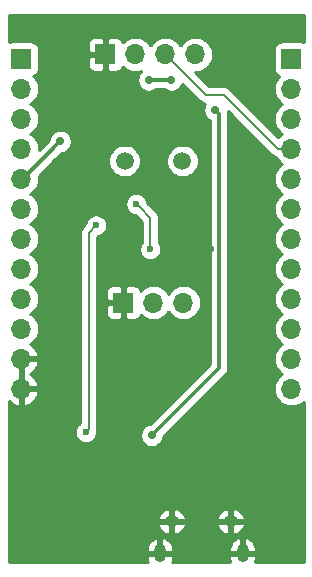
<source format=gbr>
%TF.GenerationSoftware,KiCad,Pcbnew,5.1.0*%
%TF.CreationDate,2019-06-23T04:01:33+08:00*%
%TF.ProjectId,stm32_fxp6,73746d33-325f-4667-9870-362e6b696361,rev?*%
%TF.SameCoordinates,Original*%
%TF.FileFunction,Copper,L2,Bot*%
%TF.FilePolarity,Positive*%
%FSLAX46Y46*%
G04 Gerber Fmt 4.6, Leading zero omitted, Abs format (unit mm)*
G04 Created by KiCad (PCBNEW 5.1.0) date 2019-06-23 04:01:33*
%MOMM*%
%LPD*%
G04 APERTURE LIST*
%ADD10O,1.000000X1.550000*%
%ADD11O,1.250000X0.950000*%
%ADD12O,1.700000X1.700000*%
%ADD13R,1.700000X1.700000*%
%ADD14C,1.500000*%
%ADD15C,0.700000*%
%ADD16C,0.600000*%
%ADD17C,0.300000*%
%ADD18C,0.200000*%
%ADD19C,0.254000*%
%ADD20C,0.350000*%
%ADD21C,0.300000*%
%ADD22O,0.500000X1.150000*%
%ADD23O,0.850000X0.550000*%
G04 APERTURE END LIST*
D10*
X85542000Y-73867000D03*
X78542000Y-73867000D03*
D11*
X84542000Y-71167000D03*
X79542000Y-71167000D03*
D12*
X66802000Y-59944000D03*
X66802000Y-57404000D03*
X66802000Y-54864000D03*
X66802000Y-52324000D03*
X66802000Y-49784000D03*
X66802000Y-47244000D03*
X66802000Y-44704000D03*
X66802000Y-42164000D03*
X66802000Y-39624000D03*
X66802000Y-37084000D03*
X66802000Y-34544000D03*
D13*
X66802000Y-32004000D03*
X89662000Y-32004000D03*
D12*
X89662000Y-34544000D03*
X89662000Y-37084000D03*
X89662000Y-39624000D03*
X89662000Y-42164000D03*
X89662000Y-44704000D03*
X89662000Y-47244000D03*
X89662000Y-49784000D03*
X89662000Y-52324000D03*
X89662000Y-54864000D03*
X89662000Y-57404000D03*
X89662000Y-59944000D03*
D13*
X75438000Y-52641500D03*
D12*
X77978000Y-52641500D03*
X80518000Y-52641500D03*
D13*
X73914000Y-31623000D03*
D12*
X76454000Y-31623000D03*
X78994000Y-31623000D03*
X81534000Y-31623000D03*
D14*
X75565000Y-40640000D03*
X80445000Y-40640000D03*
D15*
X79502978Y-33781022D03*
X77597000Y-33782000D03*
X70099000Y-38989000D03*
D16*
X73152000Y-46101000D03*
X72263000Y-63627000D03*
X76529000Y-44282000D03*
X77724000Y-48133000D03*
D15*
X77851000Y-63881000D03*
X83185000Y-36322000D03*
X77978000Y-60833000D03*
X80010000Y-58801000D03*
X78105000Y-35560000D03*
X82804000Y-48133000D03*
X70739000Y-47244000D03*
X69342000Y-73533000D03*
X73533000Y-69215000D03*
D17*
X79502978Y-33781022D02*
X77597978Y-33781022D01*
X77597978Y-33781022D02*
X77597000Y-33782000D01*
X66924000Y-42164000D02*
X66802000Y-42164000D01*
X70099000Y-38989000D02*
X66924000Y-42164000D01*
D18*
X72517000Y-46736000D02*
X72517000Y-54356000D01*
X73152000Y-46101000D02*
X72517000Y-46736000D01*
X72517002Y-62694736D02*
X72517002Y-63119000D01*
X72517002Y-54356022D02*
X72517002Y-62694736D01*
X72516990Y-54356010D02*
X72517002Y-54356022D01*
X72517002Y-63119000D02*
X72517002Y-63372998D01*
X72517002Y-63372998D02*
X72263000Y-63627000D01*
X76828999Y-44581999D02*
X76839999Y-44581999D01*
X76529000Y-44282000D02*
X76828999Y-44581999D01*
X76839999Y-44581999D02*
X77724000Y-45466000D01*
X77724000Y-45466000D02*
X77724000Y-48133000D01*
D17*
X77851000Y-63881000D02*
X83534999Y-58197001D01*
X83534999Y-58197001D02*
X83534999Y-36671999D01*
X83534999Y-36671999D02*
X83185000Y-36322000D01*
D18*
X82423000Y-35052000D02*
X79843999Y-32472999D01*
X83947000Y-35052000D02*
X82423000Y-35052000D01*
X79843999Y-32472999D02*
X78994000Y-31623000D01*
X89662000Y-39624000D02*
X88519000Y-39624000D01*
X88519000Y-39624000D02*
X83947000Y-35052000D01*
D19*
G36*
X90705000Y-30548973D02*
G01*
X90636482Y-30528188D01*
X90512000Y-30515928D01*
X88812000Y-30515928D01*
X88687518Y-30528188D01*
X88567820Y-30564498D01*
X88457506Y-30623463D01*
X88360815Y-30702815D01*
X88281463Y-30799506D01*
X88222498Y-30909820D01*
X88186188Y-31029518D01*
X88173928Y-31154000D01*
X88173928Y-32854000D01*
X88186188Y-32978482D01*
X88222498Y-33098180D01*
X88281463Y-33208494D01*
X88360815Y-33305185D01*
X88457506Y-33384537D01*
X88567820Y-33443502D01*
X88636687Y-33464393D01*
X88606866Y-33488866D01*
X88421294Y-33714986D01*
X88283401Y-33972966D01*
X88198487Y-34252889D01*
X88169815Y-34544000D01*
X88198487Y-34835111D01*
X88283401Y-35115034D01*
X88421294Y-35373014D01*
X88606866Y-35599134D01*
X88832986Y-35784706D01*
X88887791Y-35814000D01*
X88832986Y-35843294D01*
X88606866Y-36028866D01*
X88421294Y-36254986D01*
X88283401Y-36512966D01*
X88198487Y-36792889D01*
X88169815Y-37084000D01*
X88198487Y-37375111D01*
X88283401Y-37655034D01*
X88421294Y-37913014D01*
X88606866Y-38139134D01*
X88832986Y-38324706D01*
X88887791Y-38354000D01*
X88832986Y-38383294D01*
X88606866Y-38568866D01*
X88560189Y-38625742D01*
X84492259Y-34557813D01*
X84469238Y-34529762D01*
X84357320Y-34437913D01*
X84229633Y-34369663D01*
X84091085Y-34327635D01*
X83983105Y-34317000D01*
X83947000Y-34313444D01*
X83910895Y-34317000D01*
X82727447Y-34317000D01*
X81518446Y-33108000D01*
X81606950Y-33108000D01*
X81825111Y-33086513D01*
X82105034Y-33001599D01*
X82363014Y-32863706D01*
X82589134Y-32678134D01*
X82774706Y-32452014D01*
X82912599Y-32194034D01*
X82997513Y-31914111D01*
X83026185Y-31623000D01*
X82997513Y-31331889D01*
X82912599Y-31051966D01*
X82774706Y-30793986D01*
X82589134Y-30567866D01*
X82363014Y-30382294D01*
X82105034Y-30244401D01*
X81825111Y-30159487D01*
X81606950Y-30138000D01*
X81461050Y-30138000D01*
X81242889Y-30159487D01*
X80962966Y-30244401D01*
X80704986Y-30382294D01*
X80478866Y-30567866D01*
X80293294Y-30793986D01*
X80264000Y-30848791D01*
X80234706Y-30793986D01*
X80049134Y-30567866D01*
X79823014Y-30382294D01*
X79565034Y-30244401D01*
X79285111Y-30159487D01*
X79066950Y-30138000D01*
X78921050Y-30138000D01*
X78702889Y-30159487D01*
X78422966Y-30244401D01*
X78164986Y-30382294D01*
X77938866Y-30567866D01*
X77753294Y-30793986D01*
X77724000Y-30848791D01*
X77694706Y-30793986D01*
X77509134Y-30567866D01*
X77283014Y-30382294D01*
X77025034Y-30244401D01*
X76745111Y-30159487D01*
X76526950Y-30138000D01*
X76381050Y-30138000D01*
X76162889Y-30159487D01*
X75882966Y-30244401D01*
X75624986Y-30382294D01*
X75398866Y-30567866D01*
X75374393Y-30597687D01*
X75353502Y-30528820D01*
X75294537Y-30418506D01*
X75215185Y-30321815D01*
X75118494Y-30242463D01*
X75008180Y-30183498D01*
X74888482Y-30147188D01*
X74764000Y-30134928D01*
X74199750Y-30138000D01*
X74041000Y-30296750D01*
X74041000Y-31496000D01*
X74061000Y-31496000D01*
X74061000Y-31750000D01*
X74041000Y-31750000D01*
X74041000Y-32949250D01*
X74199750Y-33108000D01*
X74764000Y-33111072D01*
X74888482Y-33098812D01*
X75008180Y-33062502D01*
X75118494Y-33003537D01*
X75215185Y-32924185D01*
X75294537Y-32827494D01*
X75353502Y-32717180D01*
X75374393Y-32648313D01*
X75398866Y-32678134D01*
X75624986Y-32863706D01*
X75882966Y-33001599D01*
X76162889Y-33086513D01*
X76381050Y-33108000D01*
X76526950Y-33108000D01*
X76745111Y-33086513D01*
X76966708Y-33019292D01*
X76831901Y-33154099D01*
X76724104Y-33315428D01*
X76649853Y-33494686D01*
X76612000Y-33684986D01*
X76612000Y-33879014D01*
X76649853Y-34069314D01*
X76724104Y-34248572D01*
X76831901Y-34409901D01*
X76969099Y-34547099D01*
X77130428Y-34654896D01*
X77309686Y-34729147D01*
X77499986Y-34767000D01*
X77694014Y-34767000D01*
X77884314Y-34729147D01*
X78063572Y-34654896D01*
X78196581Y-34566022D01*
X78904861Y-34566022D01*
X79036406Y-34653918D01*
X79215664Y-34728169D01*
X79405964Y-34766022D01*
X79599992Y-34766022D01*
X79790292Y-34728169D01*
X79969550Y-34653918D01*
X80130879Y-34546121D01*
X80268077Y-34408923D01*
X80375874Y-34247594D01*
X80435411Y-34103858D01*
X81877746Y-35546193D01*
X81900762Y-35574238D01*
X82012680Y-35666087D01*
X82140367Y-35734337D01*
X82236886Y-35763616D01*
X82278914Y-35776365D01*
X82293132Y-35777765D01*
X82359621Y-35784314D01*
X82312104Y-35855428D01*
X82237853Y-36034686D01*
X82200000Y-36224986D01*
X82200000Y-36419014D01*
X82237853Y-36609314D01*
X82312104Y-36788572D01*
X82419901Y-36949901D01*
X82557099Y-37087099D01*
X82718428Y-37194896D01*
X82750000Y-37207974D01*
X82749999Y-57871843D01*
X77718855Y-62902988D01*
X77563686Y-62933853D01*
X77384428Y-63008104D01*
X77223099Y-63115901D01*
X77085901Y-63253099D01*
X76978104Y-63414428D01*
X76903853Y-63593686D01*
X76866000Y-63783986D01*
X76866000Y-63978014D01*
X76903853Y-64168314D01*
X76978104Y-64347572D01*
X77085901Y-64508901D01*
X77223099Y-64646099D01*
X77384428Y-64753896D01*
X77563686Y-64828147D01*
X77753986Y-64866000D01*
X77948014Y-64866000D01*
X78138314Y-64828147D01*
X78317572Y-64753896D01*
X78478901Y-64646099D01*
X78616099Y-64508901D01*
X78723896Y-64347572D01*
X78798147Y-64168314D01*
X78829012Y-64013145D01*
X84062816Y-58779342D01*
X84092763Y-58754765D01*
X84190861Y-58635234D01*
X84263753Y-58498861D01*
X84308640Y-58350888D01*
X84319999Y-58235562D01*
X84319999Y-58235555D01*
X84323796Y-58197002D01*
X84319999Y-58158449D01*
X84319999Y-36710551D01*
X84323796Y-36671998D01*
X84319999Y-36633445D01*
X84319999Y-36633438D01*
X84308640Y-36518112D01*
X84280326Y-36424772D01*
X87973746Y-40118193D01*
X87996762Y-40146238D01*
X88108680Y-40238087D01*
X88236367Y-40306337D01*
X88363509Y-40344905D01*
X88421294Y-40453014D01*
X88606866Y-40679134D01*
X88832986Y-40864706D01*
X88887791Y-40894000D01*
X88832986Y-40923294D01*
X88606866Y-41108866D01*
X88421294Y-41334986D01*
X88283401Y-41592966D01*
X88198487Y-41872889D01*
X88169815Y-42164000D01*
X88198487Y-42455111D01*
X88283401Y-42735034D01*
X88421294Y-42993014D01*
X88606866Y-43219134D01*
X88832986Y-43404706D01*
X88887791Y-43434000D01*
X88832986Y-43463294D01*
X88606866Y-43648866D01*
X88421294Y-43874986D01*
X88283401Y-44132966D01*
X88198487Y-44412889D01*
X88169815Y-44704000D01*
X88198487Y-44995111D01*
X88283401Y-45275034D01*
X88421294Y-45533014D01*
X88606866Y-45759134D01*
X88832986Y-45944706D01*
X88887791Y-45974000D01*
X88832986Y-46003294D01*
X88606866Y-46188866D01*
X88421294Y-46414986D01*
X88283401Y-46672966D01*
X88198487Y-46952889D01*
X88169815Y-47244000D01*
X88198487Y-47535111D01*
X88283401Y-47815034D01*
X88421294Y-48073014D01*
X88606866Y-48299134D01*
X88832986Y-48484706D01*
X88887791Y-48514000D01*
X88832986Y-48543294D01*
X88606866Y-48728866D01*
X88421294Y-48954986D01*
X88283401Y-49212966D01*
X88198487Y-49492889D01*
X88169815Y-49784000D01*
X88198487Y-50075111D01*
X88283401Y-50355034D01*
X88421294Y-50613014D01*
X88606866Y-50839134D01*
X88832986Y-51024706D01*
X88887791Y-51054000D01*
X88832986Y-51083294D01*
X88606866Y-51268866D01*
X88421294Y-51494986D01*
X88283401Y-51752966D01*
X88198487Y-52032889D01*
X88169815Y-52324000D01*
X88198487Y-52615111D01*
X88283401Y-52895034D01*
X88421294Y-53153014D01*
X88606866Y-53379134D01*
X88832986Y-53564706D01*
X88887791Y-53594000D01*
X88832986Y-53623294D01*
X88606866Y-53808866D01*
X88421294Y-54034986D01*
X88283401Y-54292966D01*
X88198487Y-54572889D01*
X88169815Y-54864000D01*
X88198487Y-55155111D01*
X88283401Y-55435034D01*
X88421294Y-55693014D01*
X88606866Y-55919134D01*
X88832986Y-56104706D01*
X88887791Y-56134000D01*
X88832986Y-56163294D01*
X88606866Y-56348866D01*
X88421294Y-56574986D01*
X88283401Y-56832966D01*
X88198487Y-57112889D01*
X88169815Y-57404000D01*
X88198487Y-57695111D01*
X88283401Y-57975034D01*
X88421294Y-58233014D01*
X88606866Y-58459134D01*
X88832986Y-58644706D01*
X88887791Y-58674000D01*
X88832986Y-58703294D01*
X88606866Y-58888866D01*
X88421294Y-59114986D01*
X88283401Y-59372966D01*
X88198487Y-59652889D01*
X88169815Y-59944000D01*
X88198487Y-60235111D01*
X88283401Y-60515034D01*
X88421294Y-60773014D01*
X88606866Y-60999134D01*
X88832986Y-61184706D01*
X89090966Y-61322599D01*
X89370889Y-61407513D01*
X89589050Y-61429000D01*
X89734950Y-61429000D01*
X89953111Y-61407513D01*
X90233034Y-61322599D01*
X90491014Y-61184706D01*
X90705001Y-61009092D01*
X90705001Y-74576000D01*
X86592584Y-74576000D01*
X86630415Y-74487987D01*
X86677000Y-74269000D01*
X86677000Y-73994000D01*
X85669000Y-73994000D01*
X85669000Y-74014000D01*
X85415000Y-74014000D01*
X85415000Y-73994000D01*
X84407000Y-73994000D01*
X84407000Y-74269000D01*
X84453585Y-74487987D01*
X84491416Y-74576000D01*
X79592584Y-74576000D01*
X79630415Y-74487987D01*
X79677000Y-74269000D01*
X79677000Y-73994000D01*
X78669000Y-73994000D01*
X78669000Y-74014000D01*
X78415000Y-74014000D01*
X78415000Y-73994000D01*
X77407000Y-73994000D01*
X77407000Y-74269000D01*
X77453585Y-74487987D01*
X77491416Y-74576000D01*
X65759000Y-74576000D01*
X65759000Y-73465000D01*
X77407000Y-73465000D01*
X77407000Y-73740000D01*
X78415000Y-73740000D01*
X78415000Y-72624046D01*
X78669000Y-72624046D01*
X78669000Y-73740000D01*
X79677000Y-73740000D01*
X79677000Y-73465000D01*
X84407000Y-73465000D01*
X84407000Y-73740000D01*
X85415000Y-73740000D01*
X85415000Y-72624046D01*
X85669000Y-72624046D01*
X85669000Y-73740000D01*
X86677000Y-73740000D01*
X86677000Y-73465000D01*
X86630415Y-73246013D01*
X86542003Y-73040322D01*
X86415161Y-72855831D01*
X86254764Y-72699631D01*
X86066976Y-72577724D01*
X85843874Y-72497881D01*
X85669000Y-72624046D01*
X85415000Y-72624046D01*
X85240126Y-72497881D01*
X85017024Y-72577724D01*
X84829236Y-72699631D01*
X84668839Y-72855831D01*
X84541997Y-73040322D01*
X84453585Y-73246013D01*
X84407000Y-73465000D01*
X79677000Y-73465000D01*
X79630415Y-73246013D01*
X79542003Y-73040322D01*
X79415161Y-72855831D01*
X79254764Y-72699631D01*
X79066976Y-72577724D01*
X78843874Y-72497881D01*
X78669000Y-72624046D01*
X78415000Y-72624046D01*
X78240126Y-72497881D01*
X78017024Y-72577724D01*
X77829236Y-72699631D01*
X77668839Y-72855831D01*
X77541997Y-73040322D01*
X77453585Y-73246013D01*
X77407000Y-73465000D01*
X65759000Y-73465000D01*
X65759000Y-71464938D01*
X78322732Y-71464938D01*
X78392397Y-71653150D01*
X78506447Y-71838822D01*
X78654529Y-71998676D01*
X78830951Y-72126569D01*
X79028934Y-72217586D01*
X79240869Y-72268230D01*
X79415000Y-72119564D01*
X79415000Y-71294000D01*
X79669000Y-71294000D01*
X79669000Y-72119564D01*
X79843131Y-72268230D01*
X80055066Y-72217586D01*
X80253049Y-72126569D01*
X80429471Y-71998676D01*
X80577553Y-71838822D01*
X80691603Y-71653150D01*
X80761268Y-71464938D01*
X83322732Y-71464938D01*
X83392397Y-71653150D01*
X83506447Y-71838822D01*
X83654529Y-71998676D01*
X83830951Y-72126569D01*
X84028934Y-72217586D01*
X84240869Y-72268230D01*
X84415000Y-72119564D01*
X84415000Y-71294000D01*
X84669000Y-71294000D01*
X84669000Y-72119564D01*
X84843131Y-72268230D01*
X85055066Y-72217586D01*
X85253049Y-72126569D01*
X85429471Y-71998676D01*
X85577553Y-71838822D01*
X85691603Y-71653150D01*
X85761268Y-71464938D01*
X85634734Y-71294000D01*
X84669000Y-71294000D01*
X84415000Y-71294000D01*
X83449266Y-71294000D01*
X83322732Y-71464938D01*
X80761268Y-71464938D01*
X80634734Y-71294000D01*
X79669000Y-71294000D01*
X79415000Y-71294000D01*
X78449266Y-71294000D01*
X78322732Y-71464938D01*
X65759000Y-71464938D01*
X65759000Y-70869062D01*
X78322732Y-70869062D01*
X78449266Y-71040000D01*
X79415000Y-71040000D01*
X79415000Y-70214436D01*
X79669000Y-70214436D01*
X79669000Y-71040000D01*
X80634734Y-71040000D01*
X80761268Y-70869062D01*
X83322732Y-70869062D01*
X83449266Y-71040000D01*
X84415000Y-71040000D01*
X84415000Y-70214436D01*
X84669000Y-70214436D01*
X84669000Y-71040000D01*
X85634734Y-71040000D01*
X85761268Y-70869062D01*
X85691603Y-70680850D01*
X85577553Y-70495178D01*
X85429471Y-70335324D01*
X85253049Y-70207431D01*
X85055066Y-70116414D01*
X84843131Y-70065770D01*
X84669000Y-70214436D01*
X84415000Y-70214436D01*
X84240869Y-70065770D01*
X84028934Y-70116414D01*
X83830951Y-70207431D01*
X83654529Y-70335324D01*
X83506447Y-70495178D01*
X83392397Y-70680850D01*
X83322732Y-70869062D01*
X80761268Y-70869062D01*
X80691603Y-70680850D01*
X80577553Y-70495178D01*
X80429471Y-70335324D01*
X80253049Y-70207431D01*
X80055066Y-70116414D01*
X79843131Y-70065770D01*
X79669000Y-70214436D01*
X79415000Y-70214436D01*
X79240869Y-70065770D01*
X79028934Y-70116414D01*
X78830951Y-70207431D01*
X78654529Y-70335324D01*
X78506447Y-70495178D01*
X78392397Y-70680850D01*
X78322732Y-70869062D01*
X65759000Y-70869062D01*
X65759000Y-63534911D01*
X71328000Y-63534911D01*
X71328000Y-63719089D01*
X71363932Y-63899729D01*
X71434414Y-64069889D01*
X71536738Y-64223028D01*
X71666972Y-64353262D01*
X71820111Y-64455586D01*
X71990271Y-64526068D01*
X72170911Y-64562000D01*
X72355089Y-64562000D01*
X72535729Y-64526068D01*
X72705889Y-64455586D01*
X72859028Y-64353262D01*
X72989262Y-64223028D01*
X73091586Y-64069889D01*
X73162068Y-63899729D01*
X73198000Y-63719089D01*
X73198000Y-63658136D01*
X73199339Y-63655631D01*
X73237655Y-63529320D01*
X73241367Y-63517084D01*
X73255558Y-63372999D01*
X73252002Y-63336894D01*
X73252002Y-54392127D01*
X73255558Y-54356022D01*
X73252000Y-54319897D01*
X73252000Y-53491500D01*
X73949928Y-53491500D01*
X73962188Y-53615982D01*
X73998498Y-53735680D01*
X74057463Y-53845994D01*
X74136815Y-53942685D01*
X74233506Y-54022037D01*
X74343820Y-54081002D01*
X74463518Y-54117312D01*
X74588000Y-54129572D01*
X75152250Y-54126500D01*
X75311000Y-53967750D01*
X75311000Y-52768500D01*
X74111750Y-52768500D01*
X73953000Y-52927250D01*
X73949928Y-53491500D01*
X73252000Y-53491500D01*
X73252000Y-51791500D01*
X73949928Y-51791500D01*
X73953000Y-52355750D01*
X74111750Y-52514500D01*
X75311000Y-52514500D01*
X75311000Y-51315250D01*
X75565000Y-51315250D01*
X75565000Y-52514500D01*
X75585000Y-52514500D01*
X75585000Y-52768500D01*
X75565000Y-52768500D01*
X75565000Y-53967750D01*
X75723750Y-54126500D01*
X76288000Y-54129572D01*
X76412482Y-54117312D01*
X76532180Y-54081002D01*
X76642494Y-54022037D01*
X76739185Y-53942685D01*
X76818537Y-53845994D01*
X76877502Y-53735680D01*
X76898393Y-53666813D01*
X76922866Y-53696634D01*
X77148986Y-53882206D01*
X77406966Y-54020099D01*
X77686889Y-54105013D01*
X77905050Y-54126500D01*
X78050950Y-54126500D01*
X78269111Y-54105013D01*
X78549034Y-54020099D01*
X78807014Y-53882206D01*
X79033134Y-53696634D01*
X79218706Y-53470514D01*
X79248000Y-53415709D01*
X79277294Y-53470514D01*
X79462866Y-53696634D01*
X79688986Y-53882206D01*
X79946966Y-54020099D01*
X80226889Y-54105013D01*
X80445050Y-54126500D01*
X80590950Y-54126500D01*
X80809111Y-54105013D01*
X81089034Y-54020099D01*
X81347014Y-53882206D01*
X81573134Y-53696634D01*
X81758706Y-53470514D01*
X81896599Y-53212534D01*
X81981513Y-52932611D01*
X82010185Y-52641500D01*
X81981513Y-52350389D01*
X81896599Y-52070466D01*
X81758706Y-51812486D01*
X81573134Y-51586366D01*
X81347014Y-51400794D01*
X81089034Y-51262901D01*
X80809111Y-51177987D01*
X80590950Y-51156500D01*
X80445050Y-51156500D01*
X80226889Y-51177987D01*
X79946966Y-51262901D01*
X79688986Y-51400794D01*
X79462866Y-51586366D01*
X79277294Y-51812486D01*
X79248000Y-51867291D01*
X79218706Y-51812486D01*
X79033134Y-51586366D01*
X78807014Y-51400794D01*
X78549034Y-51262901D01*
X78269111Y-51177987D01*
X78050950Y-51156500D01*
X77905050Y-51156500D01*
X77686889Y-51177987D01*
X77406966Y-51262901D01*
X77148986Y-51400794D01*
X76922866Y-51586366D01*
X76898393Y-51616187D01*
X76877502Y-51547320D01*
X76818537Y-51437006D01*
X76739185Y-51340315D01*
X76642494Y-51260963D01*
X76532180Y-51201998D01*
X76412482Y-51165688D01*
X76288000Y-51153428D01*
X75723750Y-51156500D01*
X75565000Y-51315250D01*
X75311000Y-51315250D01*
X75152250Y-51156500D01*
X74588000Y-51153428D01*
X74463518Y-51165688D01*
X74343820Y-51201998D01*
X74233506Y-51260963D01*
X74136815Y-51340315D01*
X74057463Y-51437006D01*
X73998498Y-51547320D01*
X73962188Y-51667018D01*
X73949928Y-51791500D01*
X73252000Y-51791500D01*
X73252000Y-47040446D01*
X73259515Y-47032932D01*
X73424729Y-47000068D01*
X73594889Y-46929586D01*
X73748028Y-46827262D01*
X73878262Y-46697028D01*
X73980586Y-46543889D01*
X74051068Y-46373729D01*
X74087000Y-46193089D01*
X74087000Y-46008911D01*
X74051068Y-45828271D01*
X73980586Y-45658111D01*
X73878262Y-45504972D01*
X73748028Y-45374738D01*
X73594889Y-45272414D01*
X73424729Y-45201932D01*
X73244089Y-45166000D01*
X73059911Y-45166000D01*
X72879271Y-45201932D01*
X72709111Y-45272414D01*
X72555972Y-45374738D01*
X72425738Y-45504972D01*
X72323414Y-45658111D01*
X72252932Y-45828271D01*
X72220068Y-45993485D01*
X72022808Y-46190746D01*
X71994762Y-46213763D01*
X71902913Y-46325681D01*
X71834663Y-46453368D01*
X71807204Y-46543889D01*
X71792635Y-46591915D01*
X71778444Y-46736000D01*
X71782000Y-46772105D01*
X71782001Y-54319793D01*
X71778434Y-54356010D01*
X71782002Y-54392237D01*
X71782003Y-62658622D01*
X71782002Y-62658632D01*
X71782002Y-62823878D01*
X71666972Y-62900738D01*
X71536738Y-63030972D01*
X71434414Y-63184111D01*
X71363932Y-63354271D01*
X71328000Y-63534911D01*
X65759000Y-63534911D01*
X65759000Y-60993474D01*
X65920645Y-61139178D01*
X66170748Y-61288157D01*
X66445109Y-61385481D01*
X66675000Y-61264814D01*
X66675000Y-60071000D01*
X66929000Y-60071000D01*
X66929000Y-61264814D01*
X67158891Y-61385481D01*
X67433252Y-61288157D01*
X67683355Y-61139178D01*
X67899588Y-60944269D01*
X68073641Y-60710920D01*
X68198825Y-60448099D01*
X68243476Y-60300890D01*
X68122155Y-60071000D01*
X66929000Y-60071000D01*
X66675000Y-60071000D01*
X66655000Y-60071000D01*
X66655000Y-59817000D01*
X66675000Y-59817000D01*
X66675000Y-57531000D01*
X66929000Y-57531000D01*
X66929000Y-59817000D01*
X68122155Y-59817000D01*
X68243476Y-59587110D01*
X68198825Y-59439901D01*
X68073641Y-59177080D01*
X67899588Y-58943731D01*
X67683355Y-58748822D01*
X67557745Y-58674000D01*
X67683355Y-58599178D01*
X67899588Y-58404269D01*
X68073641Y-58170920D01*
X68198825Y-57908099D01*
X68243476Y-57760890D01*
X68122155Y-57531000D01*
X66929000Y-57531000D01*
X66675000Y-57531000D01*
X66655000Y-57531000D01*
X66655000Y-57277000D01*
X66675000Y-57277000D01*
X66675000Y-57257000D01*
X66929000Y-57257000D01*
X66929000Y-57277000D01*
X68122155Y-57277000D01*
X68243476Y-57047110D01*
X68198825Y-56899901D01*
X68073641Y-56637080D01*
X67899588Y-56403731D01*
X67683355Y-56208822D01*
X67566477Y-56139201D01*
X67631014Y-56104706D01*
X67857134Y-55919134D01*
X68042706Y-55693014D01*
X68180599Y-55435034D01*
X68265513Y-55155111D01*
X68294185Y-54864000D01*
X68265513Y-54572889D01*
X68180599Y-54292966D01*
X68042706Y-54034986D01*
X67857134Y-53808866D01*
X67631014Y-53623294D01*
X67576209Y-53594000D01*
X67631014Y-53564706D01*
X67857134Y-53379134D01*
X68042706Y-53153014D01*
X68180599Y-52895034D01*
X68265513Y-52615111D01*
X68294185Y-52324000D01*
X68265513Y-52032889D01*
X68180599Y-51752966D01*
X68042706Y-51494986D01*
X67857134Y-51268866D01*
X67631014Y-51083294D01*
X67576209Y-51054000D01*
X67631014Y-51024706D01*
X67857134Y-50839134D01*
X68042706Y-50613014D01*
X68180599Y-50355034D01*
X68265513Y-50075111D01*
X68294185Y-49784000D01*
X68265513Y-49492889D01*
X68180599Y-49212966D01*
X68042706Y-48954986D01*
X67857134Y-48728866D01*
X67631014Y-48543294D01*
X67576209Y-48514000D01*
X67631014Y-48484706D01*
X67857134Y-48299134D01*
X68042706Y-48073014D01*
X68180599Y-47815034D01*
X68265513Y-47535111D01*
X68294185Y-47244000D01*
X68265513Y-46952889D01*
X68180599Y-46672966D01*
X68042706Y-46414986D01*
X67857134Y-46188866D01*
X67631014Y-46003294D01*
X67576209Y-45974000D01*
X67631014Y-45944706D01*
X67857134Y-45759134D01*
X68042706Y-45533014D01*
X68180599Y-45275034D01*
X68265513Y-44995111D01*
X68294185Y-44704000D01*
X68265513Y-44412889D01*
X68197874Y-44189911D01*
X75594000Y-44189911D01*
X75594000Y-44374089D01*
X75629932Y-44554729D01*
X75700414Y-44724889D01*
X75802738Y-44878028D01*
X75932972Y-45008262D01*
X76086111Y-45110586D01*
X76256271Y-45181068D01*
X76435217Y-45216663D01*
X76989000Y-45770447D01*
X76989001Y-47550048D01*
X76895414Y-47690111D01*
X76824932Y-47860271D01*
X76789000Y-48040911D01*
X76789000Y-48225089D01*
X76824932Y-48405729D01*
X76895414Y-48575889D01*
X76997738Y-48729028D01*
X77127972Y-48859262D01*
X77281111Y-48961586D01*
X77451271Y-49032068D01*
X77631911Y-49068000D01*
X77816089Y-49068000D01*
X77996729Y-49032068D01*
X78166889Y-48961586D01*
X78320028Y-48859262D01*
X78450262Y-48729028D01*
X78552586Y-48575889D01*
X78623068Y-48405729D01*
X78659000Y-48225089D01*
X78659000Y-48040911D01*
X78623068Y-47860271D01*
X78552586Y-47690111D01*
X78459000Y-47550049D01*
X78459000Y-45502094D01*
X78462555Y-45465999D01*
X78459000Y-45429904D01*
X78459000Y-45429895D01*
X78448365Y-45321915D01*
X78406337Y-45183367D01*
X78338087Y-45055680D01*
X78288379Y-44995111D01*
X78269253Y-44971806D01*
X78269250Y-44971803D01*
X78246237Y-44943762D01*
X78218197Y-44920750D01*
X77458200Y-44160754D01*
X77428068Y-44009271D01*
X77357586Y-43839111D01*
X77255262Y-43685972D01*
X77125028Y-43555738D01*
X76971889Y-43453414D01*
X76801729Y-43382932D01*
X76621089Y-43347000D01*
X76436911Y-43347000D01*
X76256271Y-43382932D01*
X76086111Y-43453414D01*
X75932972Y-43555738D01*
X75802738Y-43685972D01*
X75700414Y-43839111D01*
X75629932Y-44009271D01*
X75594000Y-44189911D01*
X68197874Y-44189911D01*
X68180599Y-44132966D01*
X68042706Y-43874986D01*
X67857134Y-43648866D01*
X67631014Y-43463294D01*
X67576209Y-43434000D01*
X67631014Y-43404706D01*
X67857134Y-43219134D01*
X68042706Y-42993014D01*
X68180599Y-42735034D01*
X68265513Y-42455111D01*
X68294185Y-42164000D01*
X68270871Y-41927287D01*
X69694569Y-40503589D01*
X74180000Y-40503589D01*
X74180000Y-40776411D01*
X74233225Y-41043989D01*
X74337629Y-41296043D01*
X74489201Y-41522886D01*
X74682114Y-41715799D01*
X74908957Y-41867371D01*
X75161011Y-41971775D01*
X75428589Y-42025000D01*
X75701411Y-42025000D01*
X75968989Y-41971775D01*
X76221043Y-41867371D01*
X76447886Y-41715799D01*
X76640799Y-41522886D01*
X76792371Y-41296043D01*
X76896775Y-41043989D01*
X76950000Y-40776411D01*
X76950000Y-40503589D01*
X79060000Y-40503589D01*
X79060000Y-40776411D01*
X79113225Y-41043989D01*
X79217629Y-41296043D01*
X79369201Y-41522886D01*
X79562114Y-41715799D01*
X79788957Y-41867371D01*
X80041011Y-41971775D01*
X80308589Y-42025000D01*
X80581411Y-42025000D01*
X80848989Y-41971775D01*
X81101043Y-41867371D01*
X81327886Y-41715799D01*
X81520799Y-41522886D01*
X81672371Y-41296043D01*
X81776775Y-41043989D01*
X81830000Y-40776411D01*
X81830000Y-40503589D01*
X81776775Y-40236011D01*
X81672371Y-39983957D01*
X81520799Y-39757114D01*
X81327886Y-39564201D01*
X81101043Y-39412629D01*
X80848989Y-39308225D01*
X80581411Y-39255000D01*
X80308589Y-39255000D01*
X80041011Y-39308225D01*
X79788957Y-39412629D01*
X79562114Y-39564201D01*
X79369201Y-39757114D01*
X79217629Y-39983957D01*
X79113225Y-40236011D01*
X79060000Y-40503589D01*
X76950000Y-40503589D01*
X76896775Y-40236011D01*
X76792371Y-39983957D01*
X76640799Y-39757114D01*
X76447886Y-39564201D01*
X76221043Y-39412629D01*
X75968989Y-39308225D01*
X75701411Y-39255000D01*
X75428589Y-39255000D01*
X75161011Y-39308225D01*
X74908957Y-39412629D01*
X74682114Y-39564201D01*
X74489201Y-39757114D01*
X74337629Y-39983957D01*
X74233225Y-40236011D01*
X74180000Y-40503589D01*
X69694569Y-40503589D01*
X70231146Y-39967012D01*
X70386314Y-39936147D01*
X70565572Y-39861896D01*
X70726901Y-39754099D01*
X70864099Y-39616901D01*
X70971896Y-39455572D01*
X71046147Y-39276314D01*
X71084000Y-39086014D01*
X71084000Y-38891986D01*
X71046147Y-38701686D01*
X70971896Y-38522428D01*
X70864099Y-38361099D01*
X70726901Y-38223901D01*
X70565572Y-38116104D01*
X70386314Y-38041853D01*
X70196014Y-38004000D01*
X70001986Y-38004000D01*
X69811686Y-38041853D01*
X69632428Y-38116104D01*
X69471099Y-38223901D01*
X69333901Y-38361099D01*
X69226104Y-38522428D01*
X69151853Y-38701686D01*
X69120988Y-38856854D01*
X68287667Y-39690175D01*
X68294185Y-39624000D01*
X68265513Y-39332889D01*
X68180599Y-39052966D01*
X68042706Y-38794986D01*
X67857134Y-38568866D01*
X67631014Y-38383294D01*
X67576209Y-38354000D01*
X67631014Y-38324706D01*
X67857134Y-38139134D01*
X68042706Y-37913014D01*
X68180599Y-37655034D01*
X68265513Y-37375111D01*
X68294185Y-37084000D01*
X68265513Y-36792889D01*
X68180599Y-36512966D01*
X68042706Y-36254986D01*
X67857134Y-36028866D01*
X67631014Y-35843294D01*
X67576209Y-35814000D01*
X67631014Y-35784706D01*
X67857134Y-35599134D01*
X68042706Y-35373014D01*
X68180599Y-35115034D01*
X68265513Y-34835111D01*
X68294185Y-34544000D01*
X68265513Y-34252889D01*
X68180599Y-33972966D01*
X68042706Y-33714986D01*
X67857134Y-33488866D01*
X67827313Y-33464393D01*
X67896180Y-33443502D01*
X68006494Y-33384537D01*
X68103185Y-33305185D01*
X68182537Y-33208494D01*
X68241502Y-33098180D01*
X68277812Y-32978482D01*
X68290072Y-32854000D01*
X68290072Y-32473000D01*
X72425928Y-32473000D01*
X72438188Y-32597482D01*
X72474498Y-32717180D01*
X72533463Y-32827494D01*
X72612815Y-32924185D01*
X72709506Y-33003537D01*
X72819820Y-33062502D01*
X72939518Y-33098812D01*
X73064000Y-33111072D01*
X73628250Y-33108000D01*
X73787000Y-32949250D01*
X73787000Y-31750000D01*
X72587750Y-31750000D01*
X72429000Y-31908750D01*
X72425928Y-32473000D01*
X68290072Y-32473000D01*
X68290072Y-31154000D01*
X68277812Y-31029518D01*
X68241502Y-30909820D01*
X68182537Y-30799506D01*
X68160785Y-30773000D01*
X72425928Y-30773000D01*
X72429000Y-31337250D01*
X72587750Y-31496000D01*
X73787000Y-31496000D01*
X73787000Y-30296750D01*
X73628250Y-30138000D01*
X73064000Y-30134928D01*
X72939518Y-30147188D01*
X72819820Y-30183498D01*
X72709506Y-30242463D01*
X72612815Y-30321815D01*
X72533463Y-30418506D01*
X72474498Y-30528820D01*
X72438188Y-30648518D01*
X72425928Y-30773000D01*
X68160785Y-30773000D01*
X68103185Y-30702815D01*
X68006494Y-30623463D01*
X67896180Y-30564498D01*
X67776482Y-30528188D01*
X67652000Y-30515928D01*
X65952000Y-30515928D01*
X65827518Y-30528188D01*
X65759000Y-30548973D01*
X65759000Y-28294000D01*
X90705000Y-28294000D01*
X90705000Y-30548973D01*
X90705000Y-30548973D01*
G37*
X90705000Y-30548973D02*
X90636482Y-30528188D01*
X90512000Y-30515928D01*
X88812000Y-30515928D01*
X88687518Y-30528188D01*
X88567820Y-30564498D01*
X88457506Y-30623463D01*
X88360815Y-30702815D01*
X88281463Y-30799506D01*
X88222498Y-30909820D01*
X88186188Y-31029518D01*
X88173928Y-31154000D01*
X88173928Y-32854000D01*
X88186188Y-32978482D01*
X88222498Y-33098180D01*
X88281463Y-33208494D01*
X88360815Y-33305185D01*
X88457506Y-33384537D01*
X88567820Y-33443502D01*
X88636687Y-33464393D01*
X88606866Y-33488866D01*
X88421294Y-33714986D01*
X88283401Y-33972966D01*
X88198487Y-34252889D01*
X88169815Y-34544000D01*
X88198487Y-34835111D01*
X88283401Y-35115034D01*
X88421294Y-35373014D01*
X88606866Y-35599134D01*
X88832986Y-35784706D01*
X88887791Y-35814000D01*
X88832986Y-35843294D01*
X88606866Y-36028866D01*
X88421294Y-36254986D01*
X88283401Y-36512966D01*
X88198487Y-36792889D01*
X88169815Y-37084000D01*
X88198487Y-37375111D01*
X88283401Y-37655034D01*
X88421294Y-37913014D01*
X88606866Y-38139134D01*
X88832986Y-38324706D01*
X88887791Y-38354000D01*
X88832986Y-38383294D01*
X88606866Y-38568866D01*
X88560189Y-38625742D01*
X84492259Y-34557813D01*
X84469238Y-34529762D01*
X84357320Y-34437913D01*
X84229633Y-34369663D01*
X84091085Y-34327635D01*
X83983105Y-34317000D01*
X83947000Y-34313444D01*
X83910895Y-34317000D01*
X82727447Y-34317000D01*
X81518446Y-33108000D01*
X81606950Y-33108000D01*
X81825111Y-33086513D01*
X82105034Y-33001599D01*
X82363014Y-32863706D01*
X82589134Y-32678134D01*
X82774706Y-32452014D01*
X82912599Y-32194034D01*
X82997513Y-31914111D01*
X83026185Y-31623000D01*
X82997513Y-31331889D01*
X82912599Y-31051966D01*
X82774706Y-30793986D01*
X82589134Y-30567866D01*
X82363014Y-30382294D01*
X82105034Y-30244401D01*
X81825111Y-30159487D01*
X81606950Y-30138000D01*
X81461050Y-30138000D01*
X81242889Y-30159487D01*
X80962966Y-30244401D01*
X80704986Y-30382294D01*
X80478866Y-30567866D01*
X80293294Y-30793986D01*
X80264000Y-30848791D01*
X80234706Y-30793986D01*
X80049134Y-30567866D01*
X79823014Y-30382294D01*
X79565034Y-30244401D01*
X79285111Y-30159487D01*
X79066950Y-30138000D01*
X78921050Y-30138000D01*
X78702889Y-30159487D01*
X78422966Y-30244401D01*
X78164986Y-30382294D01*
X77938866Y-30567866D01*
X77753294Y-30793986D01*
X77724000Y-30848791D01*
X77694706Y-30793986D01*
X77509134Y-30567866D01*
X77283014Y-30382294D01*
X77025034Y-30244401D01*
X76745111Y-30159487D01*
X76526950Y-30138000D01*
X76381050Y-30138000D01*
X76162889Y-30159487D01*
X75882966Y-30244401D01*
X75624986Y-30382294D01*
X75398866Y-30567866D01*
X75374393Y-30597687D01*
X75353502Y-30528820D01*
X75294537Y-30418506D01*
X75215185Y-30321815D01*
X75118494Y-30242463D01*
X75008180Y-30183498D01*
X74888482Y-30147188D01*
X74764000Y-30134928D01*
X74199750Y-30138000D01*
X74041000Y-30296750D01*
X74041000Y-31496000D01*
X74061000Y-31496000D01*
X74061000Y-31750000D01*
X74041000Y-31750000D01*
X74041000Y-32949250D01*
X74199750Y-33108000D01*
X74764000Y-33111072D01*
X74888482Y-33098812D01*
X75008180Y-33062502D01*
X75118494Y-33003537D01*
X75215185Y-32924185D01*
X75294537Y-32827494D01*
X75353502Y-32717180D01*
X75374393Y-32648313D01*
X75398866Y-32678134D01*
X75624986Y-32863706D01*
X75882966Y-33001599D01*
X76162889Y-33086513D01*
X76381050Y-33108000D01*
X76526950Y-33108000D01*
X76745111Y-33086513D01*
X76966708Y-33019292D01*
X76831901Y-33154099D01*
X76724104Y-33315428D01*
X76649853Y-33494686D01*
X76612000Y-33684986D01*
X76612000Y-33879014D01*
X76649853Y-34069314D01*
X76724104Y-34248572D01*
X76831901Y-34409901D01*
X76969099Y-34547099D01*
X77130428Y-34654896D01*
X77309686Y-34729147D01*
X77499986Y-34767000D01*
X77694014Y-34767000D01*
X77884314Y-34729147D01*
X78063572Y-34654896D01*
X78196581Y-34566022D01*
X78904861Y-34566022D01*
X79036406Y-34653918D01*
X79215664Y-34728169D01*
X79405964Y-34766022D01*
X79599992Y-34766022D01*
X79790292Y-34728169D01*
X79969550Y-34653918D01*
X80130879Y-34546121D01*
X80268077Y-34408923D01*
X80375874Y-34247594D01*
X80435411Y-34103858D01*
X81877746Y-35546193D01*
X81900762Y-35574238D01*
X82012680Y-35666087D01*
X82140367Y-35734337D01*
X82236886Y-35763616D01*
X82278914Y-35776365D01*
X82293132Y-35777765D01*
X82359621Y-35784314D01*
X82312104Y-35855428D01*
X82237853Y-36034686D01*
X82200000Y-36224986D01*
X82200000Y-36419014D01*
X82237853Y-36609314D01*
X82312104Y-36788572D01*
X82419901Y-36949901D01*
X82557099Y-37087099D01*
X82718428Y-37194896D01*
X82750000Y-37207974D01*
X82749999Y-57871843D01*
X77718855Y-62902988D01*
X77563686Y-62933853D01*
X77384428Y-63008104D01*
X77223099Y-63115901D01*
X77085901Y-63253099D01*
X76978104Y-63414428D01*
X76903853Y-63593686D01*
X76866000Y-63783986D01*
X76866000Y-63978014D01*
X76903853Y-64168314D01*
X76978104Y-64347572D01*
X77085901Y-64508901D01*
X77223099Y-64646099D01*
X77384428Y-64753896D01*
X77563686Y-64828147D01*
X77753986Y-64866000D01*
X77948014Y-64866000D01*
X78138314Y-64828147D01*
X78317572Y-64753896D01*
X78478901Y-64646099D01*
X78616099Y-64508901D01*
X78723896Y-64347572D01*
X78798147Y-64168314D01*
X78829012Y-64013145D01*
X84062816Y-58779342D01*
X84092763Y-58754765D01*
X84190861Y-58635234D01*
X84263753Y-58498861D01*
X84308640Y-58350888D01*
X84319999Y-58235562D01*
X84319999Y-58235555D01*
X84323796Y-58197002D01*
X84319999Y-58158449D01*
X84319999Y-36710551D01*
X84323796Y-36671998D01*
X84319999Y-36633445D01*
X84319999Y-36633438D01*
X84308640Y-36518112D01*
X84280326Y-36424772D01*
X87973746Y-40118193D01*
X87996762Y-40146238D01*
X88108680Y-40238087D01*
X88236367Y-40306337D01*
X88363509Y-40344905D01*
X88421294Y-40453014D01*
X88606866Y-40679134D01*
X88832986Y-40864706D01*
X88887791Y-40894000D01*
X88832986Y-40923294D01*
X88606866Y-41108866D01*
X88421294Y-41334986D01*
X88283401Y-41592966D01*
X88198487Y-41872889D01*
X88169815Y-42164000D01*
X88198487Y-42455111D01*
X88283401Y-42735034D01*
X88421294Y-42993014D01*
X88606866Y-43219134D01*
X88832986Y-43404706D01*
X88887791Y-43434000D01*
X88832986Y-43463294D01*
X88606866Y-43648866D01*
X88421294Y-43874986D01*
X88283401Y-44132966D01*
X88198487Y-44412889D01*
X88169815Y-44704000D01*
X88198487Y-44995111D01*
X88283401Y-45275034D01*
X88421294Y-45533014D01*
X88606866Y-45759134D01*
X88832986Y-45944706D01*
X88887791Y-45974000D01*
X88832986Y-46003294D01*
X88606866Y-46188866D01*
X88421294Y-46414986D01*
X88283401Y-46672966D01*
X88198487Y-46952889D01*
X88169815Y-47244000D01*
X88198487Y-47535111D01*
X88283401Y-47815034D01*
X88421294Y-48073014D01*
X88606866Y-48299134D01*
X88832986Y-48484706D01*
X88887791Y-48514000D01*
X88832986Y-48543294D01*
X88606866Y-48728866D01*
X88421294Y-48954986D01*
X88283401Y-49212966D01*
X88198487Y-49492889D01*
X88169815Y-49784000D01*
X88198487Y-50075111D01*
X88283401Y-50355034D01*
X88421294Y-50613014D01*
X88606866Y-50839134D01*
X88832986Y-51024706D01*
X88887791Y-51054000D01*
X88832986Y-51083294D01*
X88606866Y-51268866D01*
X88421294Y-51494986D01*
X88283401Y-51752966D01*
X88198487Y-52032889D01*
X88169815Y-52324000D01*
X88198487Y-52615111D01*
X88283401Y-52895034D01*
X88421294Y-53153014D01*
X88606866Y-53379134D01*
X88832986Y-53564706D01*
X88887791Y-53594000D01*
X88832986Y-53623294D01*
X88606866Y-53808866D01*
X88421294Y-54034986D01*
X88283401Y-54292966D01*
X88198487Y-54572889D01*
X88169815Y-54864000D01*
X88198487Y-55155111D01*
X88283401Y-55435034D01*
X88421294Y-55693014D01*
X88606866Y-55919134D01*
X88832986Y-56104706D01*
X88887791Y-56134000D01*
X88832986Y-56163294D01*
X88606866Y-56348866D01*
X88421294Y-56574986D01*
X88283401Y-56832966D01*
X88198487Y-57112889D01*
X88169815Y-57404000D01*
X88198487Y-57695111D01*
X88283401Y-57975034D01*
X88421294Y-58233014D01*
X88606866Y-58459134D01*
X88832986Y-58644706D01*
X88887791Y-58674000D01*
X88832986Y-58703294D01*
X88606866Y-58888866D01*
X88421294Y-59114986D01*
X88283401Y-59372966D01*
X88198487Y-59652889D01*
X88169815Y-59944000D01*
X88198487Y-60235111D01*
X88283401Y-60515034D01*
X88421294Y-60773014D01*
X88606866Y-60999134D01*
X88832986Y-61184706D01*
X89090966Y-61322599D01*
X89370889Y-61407513D01*
X89589050Y-61429000D01*
X89734950Y-61429000D01*
X89953111Y-61407513D01*
X90233034Y-61322599D01*
X90491014Y-61184706D01*
X90705001Y-61009092D01*
X90705001Y-74576000D01*
X86592584Y-74576000D01*
X86630415Y-74487987D01*
X86677000Y-74269000D01*
X86677000Y-73994000D01*
X85669000Y-73994000D01*
X85669000Y-74014000D01*
X85415000Y-74014000D01*
X85415000Y-73994000D01*
X84407000Y-73994000D01*
X84407000Y-74269000D01*
X84453585Y-74487987D01*
X84491416Y-74576000D01*
X79592584Y-74576000D01*
X79630415Y-74487987D01*
X79677000Y-74269000D01*
X79677000Y-73994000D01*
X78669000Y-73994000D01*
X78669000Y-74014000D01*
X78415000Y-74014000D01*
X78415000Y-73994000D01*
X77407000Y-73994000D01*
X77407000Y-74269000D01*
X77453585Y-74487987D01*
X77491416Y-74576000D01*
X65759000Y-74576000D01*
X65759000Y-73465000D01*
X77407000Y-73465000D01*
X77407000Y-73740000D01*
X78415000Y-73740000D01*
X78415000Y-72624046D01*
X78669000Y-72624046D01*
X78669000Y-73740000D01*
X79677000Y-73740000D01*
X79677000Y-73465000D01*
X84407000Y-73465000D01*
X84407000Y-73740000D01*
X85415000Y-73740000D01*
X85415000Y-72624046D01*
X85669000Y-72624046D01*
X85669000Y-73740000D01*
X86677000Y-73740000D01*
X86677000Y-73465000D01*
X86630415Y-73246013D01*
X86542003Y-73040322D01*
X86415161Y-72855831D01*
X86254764Y-72699631D01*
X86066976Y-72577724D01*
X85843874Y-72497881D01*
X85669000Y-72624046D01*
X85415000Y-72624046D01*
X85240126Y-72497881D01*
X85017024Y-72577724D01*
X84829236Y-72699631D01*
X84668839Y-72855831D01*
X84541997Y-73040322D01*
X84453585Y-73246013D01*
X84407000Y-73465000D01*
X79677000Y-73465000D01*
X79630415Y-73246013D01*
X79542003Y-73040322D01*
X79415161Y-72855831D01*
X79254764Y-72699631D01*
X79066976Y-72577724D01*
X78843874Y-72497881D01*
X78669000Y-72624046D01*
X78415000Y-72624046D01*
X78240126Y-72497881D01*
X78017024Y-72577724D01*
X77829236Y-72699631D01*
X77668839Y-72855831D01*
X77541997Y-73040322D01*
X77453585Y-73246013D01*
X77407000Y-73465000D01*
X65759000Y-73465000D01*
X65759000Y-71464938D01*
X78322732Y-71464938D01*
X78392397Y-71653150D01*
X78506447Y-71838822D01*
X78654529Y-71998676D01*
X78830951Y-72126569D01*
X79028934Y-72217586D01*
X79240869Y-72268230D01*
X79415000Y-72119564D01*
X79415000Y-71294000D01*
X79669000Y-71294000D01*
X79669000Y-72119564D01*
X79843131Y-72268230D01*
X80055066Y-72217586D01*
X80253049Y-72126569D01*
X80429471Y-71998676D01*
X80577553Y-71838822D01*
X80691603Y-71653150D01*
X80761268Y-71464938D01*
X83322732Y-71464938D01*
X83392397Y-71653150D01*
X83506447Y-71838822D01*
X83654529Y-71998676D01*
X83830951Y-72126569D01*
X84028934Y-72217586D01*
X84240869Y-72268230D01*
X84415000Y-72119564D01*
X84415000Y-71294000D01*
X84669000Y-71294000D01*
X84669000Y-72119564D01*
X84843131Y-72268230D01*
X85055066Y-72217586D01*
X85253049Y-72126569D01*
X85429471Y-71998676D01*
X85577553Y-71838822D01*
X85691603Y-71653150D01*
X85761268Y-71464938D01*
X85634734Y-71294000D01*
X84669000Y-71294000D01*
X84415000Y-71294000D01*
X83449266Y-71294000D01*
X83322732Y-71464938D01*
X80761268Y-71464938D01*
X80634734Y-71294000D01*
X79669000Y-71294000D01*
X79415000Y-71294000D01*
X78449266Y-71294000D01*
X78322732Y-71464938D01*
X65759000Y-71464938D01*
X65759000Y-70869062D01*
X78322732Y-70869062D01*
X78449266Y-71040000D01*
X79415000Y-71040000D01*
X79415000Y-70214436D01*
X79669000Y-70214436D01*
X79669000Y-71040000D01*
X80634734Y-71040000D01*
X80761268Y-70869062D01*
X83322732Y-70869062D01*
X83449266Y-71040000D01*
X84415000Y-71040000D01*
X84415000Y-70214436D01*
X84669000Y-70214436D01*
X84669000Y-71040000D01*
X85634734Y-71040000D01*
X85761268Y-70869062D01*
X85691603Y-70680850D01*
X85577553Y-70495178D01*
X85429471Y-70335324D01*
X85253049Y-70207431D01*
X85055066Y-70116414D01*
X84843131Y-70065770D01*
X84669000Y-70214436D01*
X84415000Y-70214436D01*
X84240869Y-70065770D01*
X84028934Y-70116414D01*
X83830951Y-70207431D01*
X83654529Y-70335324D01*
X83506447Y-70495178D01*
X83392397Y-70680850D01*
X83322732Y-70869062D01*
X80761268Y-70869062D01*
X80691603Y-70680850D01*
X80577553Y-70495178D01*
X80429471Y-70335324D01*
X80253049Y-70207431D01*
X80055066Y-70116414D01*
X79843131Y-70065770D01*
X79669000Y-70214436D01*
X79415000Y-70214436D01*
X79240869Y-70065770D01*
X79028934Y-70116414D01*
X78830951Y-70207431D01*
X78654529Y-70335324D01*
X78506447Y-70495178D01*
X78392397Y-70680850D01*
X78322732Y-70869062D01*
X65759000Y-70869062D01*
X65759000Y-63534911D01*
X71328000Y-63534911D01*
X71328000Y-63719089D01*
X71363932Y-63899729D01*
X71434414Y-64069889D01*
X71536738Y-64223028D01*
X71666972Y-64353262D01*
X71820111Y-64455586D01*
X71990271Y-64526068D01*
X72170911Y-64562000D01*
X72355089Y-64562000D01*
X72535729Y-64526068D01*
X72705889Y-64455586D01*
X72859028Y-64353262D01*
X72989262Y-64223028D01*
X73091586Y-64069889D01*
X73162068Y-63899729D01*
X73198000Y-63719089D01*
X73198000Y-63658136D01*
X73199339Y-63655631D01*
X73237655Y-63529320D01*
X73241367Y-63517084D01*
X73255558Y-63372999D01*
X73252002Y-63336894D01*
X73252002Y-54392127D01*
X73255558Y-54356022D01*
X73252000Y-54319897D01*
X73252000Y-53491500D01*
X73949928Y-53491500D01*
X73962188Y-53615982D01*
X73998498Y-53735680D01*
X74057463Y-53845994D01*
X74136815Y-53942685D01*
X74233506Y-54022037D01*
X74343820Y-54081002D01*
X74463518Y-54117312D01*
X74588000Y-54129572D01*
X75152250Y-54126500D01*
X75311000Y-53967750D01*
X75311000Y-52768500D01*
X74111750Y-52768500D01*
X73953000Y-52927250D01*
X73949928Y-53491500D01*
X73252000Y-53491500D01*
X73252000Y-51791500D01*
X73949928Y-51791500D01*
X73953000Y-52355750D01*
X74111750Y-52514500D01*
X75311000Y-52514500D01*
X75311000Y-51315250D01*
X75565000Y-51315250D01*
X75565000Y-52514500D01*
X75585000Y-52514500D01*
X75585000Y-52768500D01*
X75565000Y-52768500D01*
X75565000Y-53967750D01*
X75723750Y-54126500D01*
X76288000Y-54129572D01*
X76412482Y-54117312D01*
X76532180Y-54081002D01*
X76642494Y-54022037D01*
X76739185Y-53942685D01*
X76818537Y-53845994D01*
X76877502Y-53735680D01*
X76898393Y-53666813D01*
X76922866Y-53696634D01*
X77148986Y-53882206D01*
X77406966Y-54020099D01*
X77686889Y-54105013D01*
X77905050Y-54126500D01*
X78050950Y-54126500D01*
X78269111Y-54105013D01*
X78549034Y-54020099D01*
X78807014Y-53882206D01*
X79033134Y-53696634D01*
X79218706Y-53470514D01*
X79248000Y-53415709D01*
X79277294Y-53470514D01*
X79462866Y-53696634D01*
X79688986Y-53882206D01*
X79946966Y-54020099D01*
X80226889Y-54105013D01*
X80445050Y-54126500D01*
X80590950Y-54126500D01*
X80809111Y-54105013D01*
X81089034Y-54020099D01*
X81347014Y-53882206D01*
X81573134Y-53696634D01*
X81758706Y-53470514D01*
X81896599Y-53212534D01*
X81981513Y-52932611D01*
X82010185Y-52641500D01*
X81981513Y-52350389D01*
X81896599Y-52070466D01*
X81758706Y-51812486D01*
X81573134Y-51586366D01*
X81347014Y-51400794D01*
X81089034Y-51262901D01*
X80809111Y-51177987D01*
X80590950Y-51156500D01*
X80445050Y-51156500D01*
X80226889Y-51177987D01*
X79946966Y-51262901D01*
X79688986Y-51400794D01*
X79462866Y-51586366D01*
X79277294Y-51812486D01*
X79248000Y-51867291D01*
X79218706Y-51812486D01*
X79033134Y-51586366D01*
X78807014Y-51400794D01*
X78549034Y-51262901D01*
X78269111Y-51177987D01*
X78050950Y-51156500D01*
X77905050Y-51156500D01*
X77686889Y-51177987D01*
X77406966Y-51262901D01*
X77148986Y-51400794D01*
X76922866Y-51586366D01*
X76898393Y-51616187D01*
X76877502Y-51547320D01*
X76818537Y-51437006D01*
X76739185Y-51340315D01*
X76642494Y-51260963D01*
X76532180Y-51201998D01*
X76412482Y-51165688D01*
X76288000Y-51153428D01*
X75723750Y-51156500D01*
X75565000Y-51315250D01*
X75311000Y-51315250D01*
X75152250Y-51156500D01*
X74588000Y-51153428D01*
X74463518Y-51165688D01*
X74343820Y-51201998D01*
X74233506Y-51260963D01*
X74136815Y-51340315D01*
X74057463Y-51437006D01*
X73998498Y-51547320D01*
X73962188Y-51667018D01*
X73949928Y-51791500D01*
X73252000Y-51791500D01*
X73252000Y-47040446D01*
X73259515Y-47032932D01*
X73424729Y-47000068D01*
X73594889Y-46929586D01*
X73748028Y-46827262D01*
X73878262Y-46697028D01*
X73980586Y-46543889D01*
X74051068Y-46373729D01*
X74087000Y-46193089D01*
X74087000Y-46008911D01*
X74051068Y-45828271D01*
X73980586Y-45658111D01*
X73878262Y-45504972D01*
X73748028Y-45374738D01*
X73594889Y-45272414D01*
X73424729Y-45201932D01*
X73244089Y-45166000D01*
X73059911Y-45166000D01*
X72879271Y-45201932D01*
X72709111Y-45272414D01*
X72555972Y-45374738D01*
X72425738Y-45504972D01*
X72323414Y-45658111D01*
X72252932Y-45828271D01*
X72220068Y-45993485D01*
X72022808Y-46190746D01*
X71994762Y-46213763D01*
X71902913Y-46325681D01*
X71834663Y-46453368D01*
X71807204Y-46543889D01*
X71792635Y-46591915D01*
X71778444Y-46736000D01*
X71782000Y-46772105D01*
X71782001Y-54319793D01*
X71778434Y-54356010D01*
X71782002Y-54392237D01*
X71782003Y-62658622D01*
X71782002Y-62658632D01*
X71782002Y-62823878D01*
X71666972Y-62900738D01*
X71536738Y-63030972D01*
X71434414Y-63184111D01*
X71363932Y-63354271D01*
X71328000Y-63534911D01*
X65759000Y-63534911D01*
X65759000Y-60993474D01*
X65920645Y-61139178D01*
X66170748Y-61288157D01*
X66445109Y-61385481D01*
X66675000Y-61264814D01*
X66675000Y-60071000D01*
X66929000Y-60071000D01*
X66929000Y-61264814D01*
X67158891Y-61385481D01*
X67433252Y-61288157D01*
X67683355Y-61139178D01*
X67899588Y-60944269D01*
X68073641Y-60710920D01*
X68198825Y-60448099D01*
X68243476Y-60300890D01*
X68122155Y-60071000D01*
X66929000Y-60071000D01*
X66675000Y-60071000D01*
X66655000Y-60071000D01*
X66655000Y-59817000D01*
X66675000Y-59817000D01*
X66675000Y-57531000D01*
X66929000Y-57531000D01*
X66929000Y-59817000D01*
X68122155Y-59817000D01*
X68243476Y-59587110D01*
X68198825Y-59439901D01*
X68073641Y-59177080D01*
X67899588Y-58943731D01*
X67683355Y-58748822D01*
X67557745Y-58674000D01*
X67683355Y-58599178D01*
X67899588Y-58404269D01*
X68073641Y-58170920D01*
X68198825Y-57908099D01*
X68243476Y-57760890D01*
X68122155Y-57531000D01*
X66929000Y-57531000D01*
X66675000Y-57531000D01*
X66655000Y-57531000D01*
X66655000Y-57277000D01*
X66675000Y-57277000D01*
X66675000Y-57257000D01*
X66929000Y-57257000D01*
X66929000Y-57277000D01*
X68122155Y-57277000D01*
X68243476Y-57047110D01*
X68198825Y-56899901D01*
X68073641Y-56637080D01*
X67899588Y-56403731D01*
X67683355Y-56208822D01*
X67566477Y-56139201D01*
X67631014Y-56104706D01*
X67857134Y-55919134D01*
X68042706Y-55693014D01*
X68180599Y-55435034D01*
X68265513Y-55155111D01*
X68294185Y-54864000D01*
X68265513Y-54572889D01*
X68180599Y-54292966D01*
X68042706Y-54034986D01*
X67857134Y-53808866D01*
X67631014Y-53623294D01*
X67576209Y-53594000D01*
X67631014Y-53564706D01*
X67857134Y-53379134D01*
X68042706Y-53153014D01*
X68180599Y-52895034D01*
X68265513Y-52615111D01*
X68294185Y-52324000D01*
X68265513Y-52032889D01*
X68180599Y-51752966D01*
X68042706Y-51494986D01*
X67857134Y-51268866D01*
X67631014Y-51083294D01*
X67576209Y-51054000D01*
X67631014Y-51024706D01*
X67857134Y-50839134D01*
X68042706Y-50613014D01*
X68180599Y-50355034D01*
X68265513Y-50075111D01*
X68294185Y-49784000D01*
X68265513Y-49492889D01*
X68180599Y-49212966D01*
X68042706Y-48954986D01*
X67857134Y-48728866D01*
X67631014Y-48543294D01*
X67576209Y-48514000D01*
X67631014Y-48484706D01*
X67857134Y-48299134D01*
X68042706Y-48073014D01*
X68180599Y-47815034D01*
X68265513Y-47535111D01*
X68294185Y-47244000D01*
X68265513Y-46952889D01*
X68180599Y-46672966D01*
X68042706Y-46414986D01*
X67857134Y-46188866D01*
X67631014Y-46003294D01*
X67576209Y-45974000D01*
X67631014Y-45944706D01*
X67857134Y-45759134D01*
X68042706Y-45533014D01*
X68180599Y-45275034D01*
X68265513Y-44995111D01*
X68294185Y-44704000D01*
X68265513Y-44412889D01*
X68197874Y-44189911D01*
X75594000Y-44189911D01*
X75594000Y-44374089D01*
X75629932Y-44554729D01*
X75700414Y-44724889D01*
X75802738Y-44878028D01*
X75932972Y-45008262D01*
X76086111Y-45110586D01*
X76256271Y-45181068D01*
X76435217Y-45216663D01*
X76989000Y-45770447D01*
X76989001Y-47550048D01*
X76895414Y-47690111D01*
X76824932Y-47860271D01*
X76789000Y-48040911D01*
X76789000Y-48225089D01*
X76824932Y-48405729D01*
X76895414Y-48575889D01*
X76997738Y-48729028D01*
X77127972Y-48859262D01*
X77281111Y-48961586D01*
X77451271Y-49032068D01*
X77631911Y-49068000D01*
X77816089Y-49068000D01*
X77996729Y-49032068D01*
X78166889Y-48961586D01*
X78320028Y-48859262D01*
X78450262Y-48729028D01*
X78552586Y-48575889D01*
X78623068Y-48405729D01*
X78659000Y-48225089D01*
X78659000Y-48040911D01*
X78623068Y-47860271D01*
X78552586Y-47690111D01*
X78459000Y-47550049D01*
X78459000Y-45502094D01*
X78462555Y-45465999D01*
X78459000Y-45429904D01*
X78459000Y-45429895D01*
X78448365Y-45321915D01*
X78406337Y-45183367D01*
X78338087Y-45055680D01*
X78288379Y-44995111D01*
X78269253Y-44971806D01*
X78269250Y-44971803D01*
X78246237Y-44943762D01*
X78218197Y-44920750D01*
X77458200Y-44160754D01*
X77428068Y-44009271D01*
X77357586Y-43839111D01*
X77255262Y-43685972D01*
X77125028Y-43555738D01*
X76971889Y-43453414D01*
X76801729Y-43382932D01*
X76621089Y-43347000D01*
X76436911Y-43347000D01*
X76256271Y-43382932D01*
X76086111Y-43453414D01*
X75932972Y-43555738D01*
X75802738Y-43685972D01*
X75700414Y-43839111D01*
X75629932Y-44009271D01*
X75594000Y-44189911D01*
X68197874Y-44189911D01*
X68180599Y-44132966D01*
X68042706Y-43874986D01*
X67857134Y-43648866D01*
X67631014Y-43463294D01*
X67576209Y-43434000D01*
X67631014Y-43404706D01*
X67857134Y-43219134D01*
X68042706Y-42993014D01*
X68180599Y-42735034D01*
X68265513Y-42455111D01*
X68294185Y-42164000D01*
X68270871Y-41927287D01*
X69694569Y-40503589D01*
X74180000Y-40503589D01*
X74180000Y-40776411D01*
X74233225Y-41043989D01*
X74337629Y-41296043D01*
X74489201Y-41522886D01*
X74682114Y-41715799D01*
X74908957Y-41867371D01*
X75161011Y-41971775D01*
X75428589Y-42025000D01*
X75701411Y-42025000D01*
X75968989Y-41971775D01*
X76221043Y-41867371D01*
X76447886Y-41715799D01*
X76640799Y-41522886D01*
X76792371Y-41296043D01*
X76896775Y-41043989D01*
X76950000Y-40776411D01*
X76950000Y-40503589D01*
X79060000Y-40503589D01*
X79060000Y-40776411D01*
X79113225Y-41043989D01*
X79217629Y-41296043D01*
X79369201Y-41522886D01*
X79562114Y-41715799D01*
X79788957Y-41867371D01*
X80041011Y-41971775D01*
X80308589Y-42025000D01*
X80581411Y-42025000D01*
X80848989Y-41971775D01*
X81101043Y-41867371D01*
X81327886Y-41715799D01*
X81520799Y-41522886D01*
X81672371Y-41296043D01*
X81776775Y-41043989D01*
X81830000Y-40776411D01*
X81830000Y-40503589D01*
X81776775Y-40236011D01*
X81672371Y-39983957D01*
X81520799Y-39757114D01*
X81327886Y-39564201D01*
X81101043Y-39412629D01*
X80848989Y-39308225D01*
X80581411Y-39255000D01*
X80308589Y-39255000D01*
X80041011Y-39308225D01*
X79788957Y-39412629D01*
X79562114Y-39564201D01*
X79369201Y-39757114D01*
X79217629Y-39983957D01*
X79113225Y-40236011D01*
X79060000Y-40503589D01*
X76950000Y-40503589D01*
X76896775Y-40236011D01*
X76792371Y-39983957D01*
X76640799Y-39757114D01*
X76447886Y-39564201D01*
X76221043Y-39412629D01*
X75968989Y-39308225D01*
X75701411Y-39255000D01*
X75428589Y-39255000D01*
X75161011Y-39308225D01*
X74908957Y-39412629D01*
X74682114Y-39564201D01*
X74489201Y-39757114D01*
X74337629Y-39983957D01*
X74233225Y-40236011D01*
X74180000Y-40503589D01*
X69694569Y-40503589D01*
X70231146Y-39967012D01*
X70386314Y-39936147D01*
X70565572Y-39861896D01*
X70726901Y-39754099D01*
X70864099Y-39616901D01*
X70971896Y-39455572D01*
X71046147Y-39276314D01*
X71084000Y-39086014D01*
X71084000Y-38891986D01*
X71046147Y-38701686D01*
X70971896Y-38522428D01*
X70864099Y-38361099D01*
X70726901Y-38223901D01*
X70565572Y-38116104D01*
X70386314Y-38041853D01*
X70196014Y-38004000D01*
X70001986Y-38004000D01*
X69811686Y-38041853D01*
X69632428Y-38116104D01*
X69471099Y-38223901D01*
X69333901Y-38361099D01*
X69226104Y-38522428D01*
X69151853Y-38701686D01*
X69120988Y-38856854D01*
X68287667Y-39690175D01*
X68294185Y-39624000D01*
X68265513Y-39332889D01*
X68180599Y-39052966D01*
X68042706Y-38794986D01*
X67857134Y-38568866D01*
X67631014Y-38383294D01*
X67576209Y-38354000D01*
X67631014Y-38324706D01*
X67857134Y-38139134D01*
X68042706Y-37913014D01*
X68180599Y-37655034D01*
X68265513Y-37375111D01*
X68294185Y-37084000D01*
X68265513Y-36792889D01*
X68180599Y-36512966D01*
X68042706Y-36254986D01*
X67857134Y-36028866D01*
X67631014Y-35843294D01*
X67576209Y-35814000D01*
X67631014Y-35784706D01*
X67857134Y-35599134D01*
X68042706Y-35373014D01*
X68180599Y-35115034D01*
X68265513Y-34835111D01*
X68294185Y-34544000D01*
X68265513Y-34252889D01*
X68180599Y-33972966D01*
X68042706Y-33714986D01*
X67857134Y-33488866D01*
X67827313Y-33464393D01*
X67896180Y-33443502D01*
X68006494Y-33384537D01*
X68103185Y-33305185D01*
X68182537Y-33208494D01*
X68241502Y-33098180D01*
X68277812Y-32978482D01*
X68290072Y-32854000D01*
X68290072Y-32473000D01*
X72425928Y-32473000D01*
X72438188Y-32597482D01*
X72474498Y-32717180D01*
X72533463Y-32827494D01*
X72612815Y-32924185D01*
X72709506Y-33003537D01*
X72819820Y-33062502D01*
X72939518Y-33098812D01*
X73064000Y-33111072D01*
X73628250Y-33108000D01*
X73787000Y-32949250D01*
X73787000Y-31750000D01*
X72587750Y-31750000D01*
X72429000Y-31908750D01*
X72425928Y-32473000D01*
X68290072Y-32473000D01*
X68290072Y-31154000D01*
X68277812Y-31029518D01*
X68241502Y-30909820D01*
X68182537Y-30799506D01*
X68160785Y-30773000D01*
X72425928Y-30773000D01*
X72429000Y-31337250D01*
X72587750Y-31496000D01*
X73787000Y-31496000D01*
X73787000Y-30296750D01*
X73628250Y-30138000D01*
X73064000Y-30134928D01*
X72939518Y-30147188D01*
X72819820Y-30183498D01*
X72709506Y-30242463D01*
X72612815Y-30321815D01*
X72533463Y-30418506D01*
X72474498Y-30528820D01*
X72438188Y-30648518D01*
X72425928Y-30773000D01*
X68160785Y-30773000D01*
X68103185Y-30702815D01*
X68006494Y-30623463D01*
X67896180Y-30564498D01*
X67776482Y-30528188D01*
X67652000Y-30515928D01*
X65952000Y-30515928D01*
X65827518Y-30528188D01*
X65759000Y-30548973D01*
X65759000Y-28294000D01*
X90705000Y-28294000D01*
X90705000Y-30548973D01*
D20*
X79502978Y-33781022D03*
X77597000Y-33782000D03*
X70099000Y-38989000D03*
D21*
X73152000Y-46101000D03*
X72263000Y-63627000D03*
X76529000Y-44282000D03*
X77724000Y-48133000D03*
D20*
X77851000Y-63881000D03*
X83185000Y-36322000D03*
X77978000Y-60833000D03*
X80010000Y-58801000D03*
X78105000Y-35560000D03*
X82804000Y-48133000D03*
X70739000Y-47244000D03*
X69342000Y-73533000D03*
X73533000Y-69215000D03*
D22*
X85542000Y-73867000D03*
X78542000Y-73867000D03*
D23*
X84542000Y-71167000D03*
X79542000Y-71167000D03*
D20*
X66802000Y-59944000D03*
X66802000Y-57404000D03*
X66802000Y-54864000D03*
X66802000Y-52324000D03*
X66802000Y-49784000D03*
X66802000Y-47244000D03*
X66802000Y-44704000D03*
X66802000Y-42164000D03*
X66802000Y-39624000D03*
X66802000Y-37084000D03*
X66802000Y-34544000D03*
X66802000Y-32004000D03*
X89662000Y-32004000D03*
X89662000Y-34544000D03*
X89662000Y-37084000D03*
X89662000Y-39624000D03*
X89662000Y-42164000D03*
X89662000Y-44704000D03*
X89662000Y-47244000D03*
X89662000Y-49784000D03*
X89662000Y-52324000D03*
X89662000Y-54864000D03*
X89662000Y-57404000D03*
X89662000Y-59944000D03*
X75438000Y-52641500D03*
X77978000Y-52641500D03*
X80518000Y-52641500D03*
X73914000Y-31623000D03*
X76454000Y-31623000D03*
X78994000Y-31623000D03*
X81534000Y-31623000D03*
X75565000Y-40640000D03*
X80445000Y-40640000D03*
M02*

</source>
